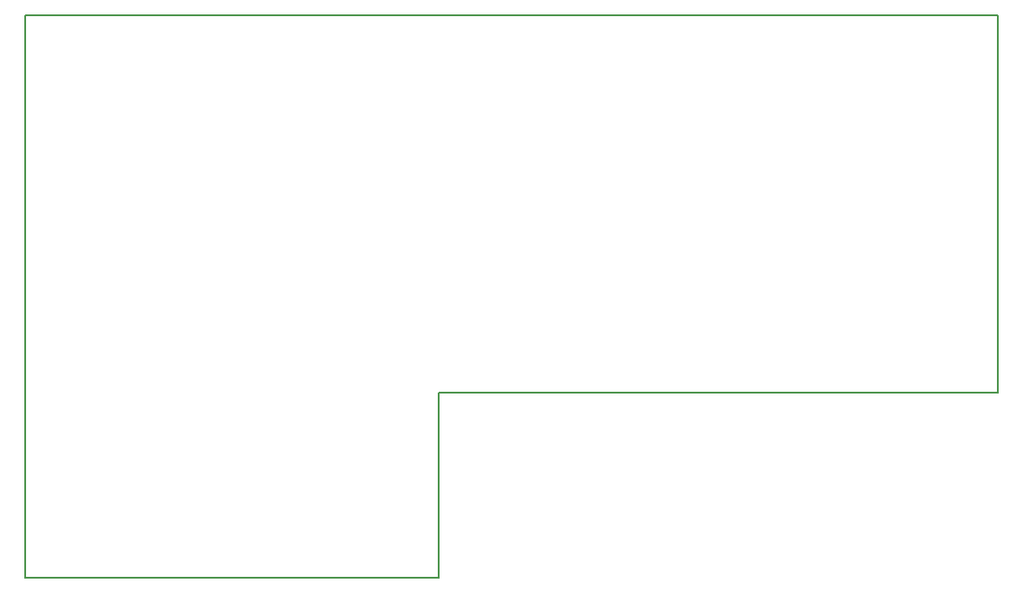
<source format=gbr>
%TF.GenerationSoftware,KiCad,Pcbnew,5.1.7-a382d34a8~87~ubuntu20.04.1*%
%TF.CreationDate,2020-10-16T18:55:23+02:00*%
%TF.ProjectId,3Channel-PiezoAmp,33436861-6e6e-4656-9c2d-5069657a6f41,rev?*%
%TF.SameCoordinates,Original*%
%TF.FileFunction,Profile,NP*%
%FSLAX46Y46*%
G04 Gerber Fmt 4.6, Leading zero omitted, Abs format (unit mm)*
G04 Created by KiCad (PCBNEW 5.1.7-a382d34a8~87~ubuntu20.04.1) date 2020-10-16 18:55:23*
%MOMM*%
%LPD*%
G01*
G04 APERTURE LIST*
%TA.AperFunction,Profile*%
%ADD10C,0.200000*%
%TD*%
G04 APERTURE END LIST*
D10*
X79248000Y-89717245D02*
X79248000Y-107188000D01*
X40345980Y-107188000D02*
X40345980Y-54169544D01*
X131893877Y-54169544D02*
X131893877Y-89717245D01*
X40345980Y-54169544D02*
X131893877Y-54169544D01*
X131893877Y-89717245D02*
X79248000Y-89717245D01*
X79248000Y-107188000D02*
X40345980Y-107188000D01*
M02*

</source>
